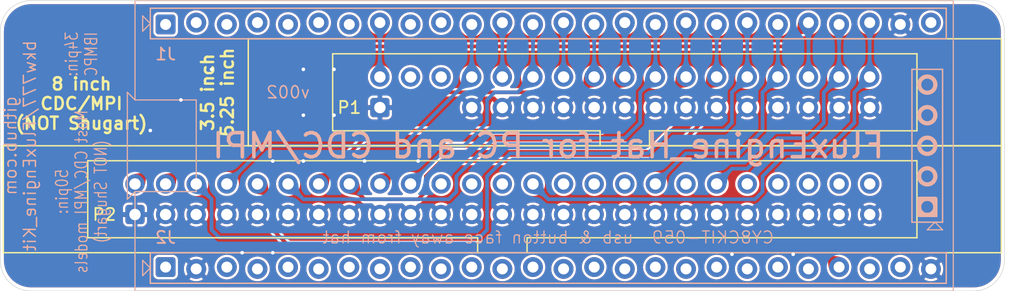
<source format=kicad_pcb>
(kicad_pcb (version 20240108) (generator "pcbnew") (generator_version "8.0")
  (title_block (title "FluxEngine_Hat for PC and CDC/MPI") (date "2024-04-25") (rev "002") (company "Brian K. White - b.kenyon.w@gmail.com") (comment 1 "github.com/bkw777/FluxEngine_Kit"))
  (layers (0 "F.Cu" signal) (31 "B.Cu" signal) (34 "B.Paste" user) (35 "F.Paste" user) (36 "B.SilkS" user "B.Silkscreen") (37 "F.SilkS" user "F.Silkscreen") (38 "B.Mask" user) (39 "F.Mask" user) (44 "Edge.Cuts" user))
  (net 0 "")
  (net 1 "GND")
  (net 4 "/SIDE")
  (net 5 "/~{DSB}")
  (net 6 "/~{REDWC}")
  (net 7 "/~{TRK0}")
  (net 8 "/~{MOTB}")
  (net 9 "/~{WGATE}")
  (net 10 "/~{INDEX}")
  (net 11 "/~{WPROT}")
  (net 12 "/~{DSA}")
  (net 13 "/~{MOTA}")
  (net 14 "/~{STEP}")
  (net 15 "/DIR")
  (net 54 "/~{DSKCHG}")
  (net 57 "/~{WDATA}")
  (net 58 "/~{RDATA}")
  (net 60 "/~{TG43}")
  (footprint "000_LOCAL:IDC-Header_2x17_P2.54mm_Latch_Vertical - FDD" (layer "F.Cu") (at 133.985 93.345 90)
    (property "Reference" "P1" (at 0 -2.54 0) (layer "F.SilkS"))
    (property "Value" "FDC_BUS_IBMPC")
    (fp_line (start 5.715 -10.922) (end 5.715 51.562) (stroke (width 0.12)) (layer "F.SilkS"))
    (fp_line (start -3.175 -10.922) (end 5.715 -10.922) (stroke (width 0.12)) (layer "F.SilkS"))
    (fp_line (start 4.47 -3.92) (end 4.47 44.56) (stroke (width 0.12)) (layer "F.SilkS"))
    (fp_line (start -1.93 -3.92) (end 4.47 -3.92) (stroke (width 0.12)) (layer "F.SilkS"))
    (fp_line (start -1.93 18.27) (end -1.93 -3.92) (stroke (width 0.12)) (layer "F.SilkS"))
    (fp_line (start -3.175 18.27) (end -1.93 18.27) (stroke (width 0.12)) (layer "F.SilkS"))
    (fp_line (start -1.93 22.37) (end -1.93 22.37) (stroke (width 0.12)) (layer "F.SilkS"))
    (fp_line (start -1.93 22.37) (end -3.175 22.37) (stroke (width 0.12)) (layer "F.SilkS"))
    (fp_line (start 4.47 44.56) (end -1.93 44.56) (stroke (width 0.12)) (layer "F.SilkS"))
    (fp_line (start -1.93 44.56) (end -1.93 22.37) (stroke (width 0.12)) (layer "F.SilkS"))
    (fp_line (start 5.715 51.562) (end -3.175 51.562) (stroke (width 0.12)) (layer "F.SilkS"))
    (fp_line (start -3.175 51.562) (end -3.175 -10.922) (stroke (width 0.12)) (layer "F.SilkS"))
    (pad "1" thru_hole roundrect (at 0 0 90) (size 1.6 1.6) (drill 0.95) (layers "*.Cu" "*.Mask") (roundrect_rratio 0.15625) (net 1 "GND"))
    (pad "2" thru_hole circle (at 2.54 0 90) (size 1.6 1.6) (drill 0.95) (layers "*.Cu" "*.Mask") (net 6 "/~{REDWC}"))
    (pad "4" thru_hole circle (at 2.54 2.54 90) (size 1.6 1.6) (drill 0.95) (layers "*.Cu" "*.Mask"))
    (pad "6" thru_hole circle (at 2.54 5.08 90) (size 1.6 1.6) (drill 0.95) (layers "*.Cu" "*.Mask"))
    (pad "7" thru_hole circle (at 0 7.62 90) (size 1.6 1.6) (drill 0.95) (layers "*.Cu" "*.Mask") (net 1 "GND"))
    (pad "8" thru_hole circle (at 2.54 7.62 90) (size 1.6 1.6) (drill 0.95) (layers "*.Cu" "*.Mask") (net 10 "/~{INDEX}"))
    (pad "9" thru_hole circle (at 0 10.16 90) (size 1.6 1.6) (drill 0.95) (layers "*.Cu" "*.Mask") (net 1 "GND"))
    (pad "10" thru_hole circle (at 2.54 10.16 90) (size 1.6 1.6) (drill 0.95) (layers "*.Cu" "*.Mask") (net 13 "/~{MOTA}"))
    (pad "11" thru_hole circle (at 0 12.7 90) (size 1.6 1.6) (drill 0.95) (layers "*.Cu" "*.Mask") (net 1 "GND"))
    (pad "12" thru_hole circle (at 2.54 12.7 90) (size 1.6 1.6) (drill 0.95) (layers "*.Cu" "*.Mask") (net 5 "/~{DSB}"))
    (pad "13" thru_hole circle (at 0 15.24 90) (size 1.6 1.6) (drill 0.95) (layers "*.Cu" "*.Mask") (net 1 "GND"))
    (pad "14" thru_hole circle (at 2.54 15.24 90) (size 1.6 1.6) (drill 0.95) (layers "*.Cu" "*.Mask") (net 12 "/~{DSA}"))
    (pad "15" thru_hole circle (at 0 17.78 90) (size 1.6 1.6) (drill 0.95) (layers "*.Cu" "*.Mask") (net 1 "GND"))
    (pad "16" thru_hole circle (at 2.54 17.78 90) (size 1.6 1.6) (drill 0.95) (layers "*.Cu" "*.Mask") (net 8 "/~{MOTB}"))
    (pad "17" thru_hole circle (at 0 20.32 90) (size 1.6 1.6) (drill 0.95) (layers "*.Cu" "*.Mask") (net 1 "GND"))
    (pad "18" thru_hole circle (at 2.54 20.32 90) (size 1.6 1.6) (drill 0.95) (layers "*.Cu" "*.Mask") (net 15 "/DIR"))
    (pad "19" thru_hole circle (at 0 22.86 90) (size 1.6 1.6) (drill 0.95) (layers "*.Cu" "*.Mask") (net 1 "GND"))
    (pad "20" thru_hole circle (at 2.54 22.86 90) (size 1.6 1.6) (drill 0.95) (layers "*.Cu" "*.Mask") (net 14 "/~{STEP}"))
    (pad "21" thru_hole circle (at 0 25.4 90) (size 1.6 1.6) (drill 0.95) (layers "*.Cu" "*.Mask") (net 1 "GND"))
    (pad "22" thru_hole circle (at 2.54 25.4 90) (size 1.6 1.6) (drill 0.95) (layers "*.Cu" "*.Mask") (net 57 "/~{WDATA}"))
    (pad "23" thru_hole circle (at 0 27.94 90) (size 1.6 1.6) (drill 0.95) (layers "*.Cu" "*.Mask") (net 1 "GND"))
    (pad "24" thru_hole circle (at 2.54 27.94 90) (size 1.6 1.6) (drill 0.95) (layers "*.Cu" "*.Mask") (net 9 "/~{WGATE}"))
    (pad "25" thru_hole circle (at 0 30.48 90) (size 1.6 1.6) (drill 0.95) (layers "*.Cu" "*.Mask") (net 1 "GND"))
    (pad "26" thru_hole circle (at 2.54 30.48 90) (size 1.6 1.6) (drill 0.95) (layers "*.Cu" "*.Mask") (net 7 "/~{TRK0}"))
    (pad "27" thru_hole circle (at 0 33.02 90) (size 1.6 1.6) (drill 0.95) (layers "*.Cu" "*.Mask") (net 1 "GND"))
    (pad "28" thru_hole circle (at 2.54 33.02 90) (size 1.6 1.6) (drill 0.95) (layers "*.Cu" "*.Mask") (net 11 "/~{WPROT}"))
    (pad "29" thru_hole circle (at 0 35.56 90) (size 1.6 1.6) (drill 0.95) (layers "*.Cu" "*.Mask") (net 1 "GND"))
    (pad "30" thru_hole circle (at 2.54 35.56 90) (size 1.6 1.6) (drill 0.95) (layers "*.Cu" "*.Mask") (net 58 "/~{RDATA}"))
    (pad "31" thru_hole circle (at 0 38.1 90) (size 1.6 1.6) (drill 0.95) (layers "*.Cu" "*.Mask") (net 1 "GND"))
    (pad "32" thru_hole circle (at 2.54 38.1 90) (size 1.6 1.6) (drill 0.95) (layers "*.Cu" "*.Mask") (net 4 "/SIDE"))
    (pad "33" thru_hole circle (at 0 40.64 90) (size 1.6 1.6) (drill 0.95) (layers "*.Cu" "*.Mask") (net 1 "GND"))
    (pad "34" thru_hole circle (at 2.54 40.64 90) (size 1.6 1.6) (drill 0.95) (layers "*.Cu" "*.Mask") (net 54 "/~{DSKCHG}"))
  )
  (footprint "000_LOCAL:IDC-Header_2x25_P2.54mm_Latch_Vertical" (layer "F.Cu") (at 113.665001 102.235001 90)
    (property "Reference" "P2" (at 0 -2.54 0) (layer "F.SilkS"))
    (property "Value" "FDC_BUS_CDC")
    (fp_line (start 5.715 -10.922) (end 5.715 71.882) (stroke (width 0.12)) (layer "F.SilkS"))
    (fp_line (start -3.175 -10.922) (end 5.715 -10.922) (stroke (width 0.12)) (layer "F.SilkS"))
    (fp_line (start 4.47 -3.92) (end 4.47 64.88) (stroke (width 0.12)) (layer "F.SilkS"))
    (fp_line (start -1.930001 -3.92) (end 4.47 -3.92) (stroke (width 0.12)) (layer "F.SilkS"))
    (fp_line (start -1.93 28.43) (end -1.930001 -3.92) (stroke (width 0.12)) (layer "F.SilkS"))
    (fp_line (start -3.175 28.43) (end -1.93 28.43) (stroke (width 0.12)) (layer "F.SilkS"))
    (fp_line (start -1.93 32.530001) (end -1.93 32.530001) (stroke (width 0.12)) (layer "F.SilkS"))
    (fp_line (start -1.93 32.530001) (end -3.175 32.530001) (stroke (width 0.12)) (layer "F.SilkS"))
    (fp_line (start 4.47 64.88) (end -1.93 64.88) (stroke (width 0.12)) (layer "F.SilkS"))
    (fp_line (start -1.93 64.88) (end -1.93 32.530001) (stroke (width 0.12)) (layer "F.SilkS"))
    (fp_line (start 5.715 71.882) (end -3.175 71.882001) (stroke (width 0.12)) (layer "F.SilkS"))
    (fp_line (start -3.175 71.882001) (end -3.175 -10.922) (stroke (width 0.12)) (layer "F.SilkS"))
    (pad "1" thru_hole roundrect (at 0 0 90) (size 1.6 1.6) (drill 0.95) (layers "*.Cu" "*.Mask") (roundrect_rratio 0.15625) (net 1 "GND"))
    (pad "2" thru_hole circle (at 2.54 0 90) (size 1.6 1.6) (drill 0.95) (layers "*.Cu" "*.Mask") (net 58 "/~{RDATA}"))
    (pad "3" thru_hole circle (at 0 2.54 90) (size 1.6 1.6) (drill 0.95) (layers "*.Cu" "*.Mask") (net 1 "GND"))
    (pad "4" thru_hole circle (at 2.54 2.54 90) (size 1.6 1.6) (drill 0.95) (layers "*.Cu" "*.Mask") (net 8 "/~{MOTB}"))
    (pad "5" thru_hole circle (at 0 5.079999 90) (size 1.6 1.6) (drill 0.95) (layers "*.Cu" "*.Mask") (net 1 "GND"))
    (pad "6" thru_hole circle (at 2.54 5.08 90) (size 1.6 1.6) (drill 0.95) (layers "*.Cu" "*.Mask") (net 7 "/~{TRK0}"))
    (pad "7" thru_hole circle (at 0 7.62 90) (size 1.6 1.6) (drill 0.95) (layers "*.Cu" "*.Mask") (net 1 "GND"))
    (pad "8" thru_hole circle (at 2.54 7.62 90) (size 1.6 1.6) (drill 0.95) (layers "*.Cu" "*.Mask") (net 10 "/~{INDEX}"))
    (pad "9" thru_hole circle (at 0 10.16 90) (size 1.6 1.6) (drill 0.95) (layers "*.Cu" "*.Mask") (net 1 "GND"))
    (pad "10" thru_hole circle (at 2.54 10.16 90) (size 1.6 1.6) (drill 0.95) (layers "*.Cu" "*.Mask") (net 60 "/~{TG43}"))
    (pad "11" thru_hole circle (at 0 12.7 90) (size 1.6 1.6) (drill 0.95) (layers "*.Cu" "*.Mask") (net 1 "GND"))
    (pad "12" thru_hole circle (at 2.54 12.7 90) (size 1.6 1.6) (drill 0.95) (layers "*.Cu" "*.Mask") (net 14 "/~{STEP}"))
    (pad "13" thru_hole circle (at 0 15.24 90) (size 1.6 1.6) (drill 0.95) (layers "*.Cu" "*.Mask") (net 1 "GND"))
    (pad "14" thru_hole circle (at 2.54 15.24 90) (size 1.6 1.6) (drill 0.95) (layers "*.Cu" "*.Mask") (net 15 "/DIR"))
    (pad "15" thru_hole circle (at 0 17.780001 90) (size 1.6 1.6) (drill 0.95) (layers "*.Cu" "*.Mask") (net 1 "GND"))
    (pad "16" thru_hole circle (at 2.54 17.78 90) (size 1.6 1.6) (drill 0.95) (layers "*.Cu" "*.Mask") (net 9 "/~{WGATE}"))
    (pad "17" thru_hole circle (at 0 20.32 90) (size 1.6 1.6) (drill 0.95) (layers "*.Cu" "*.Mask") (net 1 "GND"))
    (pad "18" thru_hole circle (at 2.54 20.32 90) (size 1.6 1.6) (drill 0.95) (layers "*.Cu" "*.Mask") (net 57 "/~{WDATA}"))
    (pad "19" thru_hole circle (at 0 22.86 90) (size 1.6 1.6) (drill 0.95) (layers "*.Cu" "*.Mask") (net 1 "GND"))
    (pad "20" thru_hole circle (at 2.54 22.86 90) (size 1.6 1.6) (drill 0.95) (layers "*.Cu" "*.Mask") (net 5 "/~{DSB}"))
    (pad "21" thru_hole circle (at 0 25.4 90) (size 1.6 1.6) (drill 0.95) (layers "*.Cu" "*.Mask") (net 1 "GND"))
    (pad "22" thru_hole circle (at 2.54 25.4 90) (size 1.6 1.6) (drill 0.95) (layers "*.Cu" "*.Mask"))
    (pad "23" thru_hole circle (at 0 27.939999 90) (size 1.6 1.6) (drill 0.95) (layers "*.Cu" "*.Mask") (net 1 "GND"))
    (pad "24" thru_hole circle (at 2.54 27.94 90) (size 1.6 1.6) (drill 0.95) (layers "*.Cu" "*.Mask"))
    (pad "25" thru_hole circle (at 0 30.48 90) (size 1.6 1.6) (drill 0.95) (layers "*.Cu" "*.Mask") (net 1 "GND"))
    (pad "26" thru_hole circle (at 2.54 30.48 90) (size 1.6 1.6) (drill 0.95) (layers "*.Cu" "*.Mask"))
    (pad "27" thru_hole circle (at 0 33.02 90) (size 1.6 1.6) (drill 0.95) (layers "*.Cu" "*.Mask") (net 1 "GND"))
    (pad "28" thru_hole circle (at 2.54 33.02 90) (size 1.6 1.6) (drill 0.95) (layers "*.Cu" "*.Mask") (net 54 "/~{DSKCHG}"))
    (pad "29" thru_hole circle (at 0 35.56 90) (size 1.6 1.6) (drill 0.95) (layers "*.Cu" "*.Mask") (net 1 "GND"))
    (pad "30" thru_hole circle (at 2.54 35.56 90) (size 1.6 1.6) (drill 0.95) (layers "*.Cu" "*.Mask"))
    (pad "31" thru_hole circle (at 0 38.099999 90) (size 1.6 1.6) (drill 0.95) (layers "*.Cu" "*.Mask") (net 1 "GND"))
    (pad "32" thru_hole circle (at 2.54 38.1 90) (size 1.6 1.6) (drill 0.95) (layers "*.Cu" "*.Mask"))
    (pad "33" thru_hole circle (at 0 40.640001 90) (size 1.6 1.6) (drill 0.95) (layers "*.Cu" "*.Mask") (net 1 "GND"))
    (pad "34" thru_hole circle (at 2.54 40.64 90) (size 1.6 1.6) (drill 0.95) (layers "*.Cu" "*.Mask"))
    (pad "35" thru_hole circle (at 0 43.18 90) (size 1.6 1.6) (drill 0.95) (layers "*.Cu" "*.Mask") (net 1 "GND"))
    (pad "36" thru_hole circle (at 2.54 43.18 90) (size 1.6 1.6) (drill 0.95) (layers "*.Cu" "*.Mask") (net 11 "/~{WPROT}"))
    (pad "37" thru_hole circle (at 0 45.72 90) (size 1.6 1.6) (drill 0.95) (layers "*.Cu" "*.Mask") (net 1 "GND"))
    (pad "38" thru_hole circle (at 2.54 45.72 90) (size 1.6 1.6) (drill 0.95) (layers "*.Cu" "*.Mask"))
    (pad "39" thru_hole circle (at 0 48.26 90) (size 1.6 1.6) (drill 0.95) (layers "*.Cu" "*.Mask") (net 1 "GND"))
    (pad "40" thru_hole circle (at 2.54 48.26 90) (size 1.6 1.6) (drill 0.95) (layers "*.Cu" "*.Mask") (net 4 "/SIDE"))
    (pad "41" thru_hole circle (at 0 50.799999 90) (size 1.6 1.6) (drill 0.95) (layers "*.Cu" "*.Mask") (net 1 "GND"))
    (pad "42" thru_hole circle (at 2.54 50.8 90) (size 1.6 1.6) (drill 0.95) (layers "*.Cu" "*.Mask"))
    (pad "43" thru_hole circle (at 0 53.34 90) (size 1.6 1.6) (drill 0.95) (layers "*.Cu" "*.Mask") (net 1 "GND"))
    (pad "44" thru_hole circle (at 2.54 53.34 90) (size 1.6 1.6) (drill 0.95) (layers "*.Cu" "*.Mask"))
    (pad "45" thru_hole circle (at 0 55.88 90) (size 1.6 1.6) (drill 0.95) (layers "*.Cu" "*.Mask") (net 1 "GND"))
    (pad "46" thru_hole circle (at 2.54 55.88 90) (size 1.6 1.6) (drill 0.95) (layers "*.Cu" "*.Mask"))
    (pad "47" thru_hole circle (at 0 58.42 90) (size 1.6 1.6) (drill 0.95) (layers "*.Cu" "*.Mask") (net 1 "GND"))
    (pad "48" thru_hole circle (at 2.54 58.42 90) (size 1.6 1.6) (drill 0.95) (layers "*.Cu" "*.Mask"))
    (pad "49" thru_hole circle (at 0 60.959999 90) (size 1.6 1.6) (drill 0.95) (layers "*.Cu" "*.Mask") (net 1 "GND"))
    (pad "50" thru_hole circle (at 2.54 60.96 90) (size 1.6 1.6) (drill 0.95) (layers "*.Cu" "*.Mask"))
  )
  (footprint "000_LOCAL:CY8CKIT-059 dry fit" (layer "B.Cu") (at 116.205001 86.359999 -90)
    (property "Reference" "J1" (hide yes))
    (property "Value" "CY8CKIT-059")
    (fp_line (start 14.605 3.175) (end 5.715 3.175) (stroke (width 0.1)) (layer "B.SilkS"))
    (fp_line (start 6.35 2.54) (end 5.715 3.175) (stroke (width 0.1)) (layer "B.SilkS"))
    (fp_line (start 6.35 2.54) (end -1.905 2.54) (stroke (width 0.1)) (layer "B.SilkS"))
    (fp_line (start 6.35 2.54) (end 6.35 -2.54) (stroke (width 0.1)) (layer "B.SilkS"))
    (fp_line (start 13.97 2.54) (end 14.605 3.175) (stroke (width 0.1)) (layer "B.SilkS"))
    (fp_line (start 22.225 2.54) (end 13.97 2.54) (stroke (width 0.1)) (layer "B.SilkS"))
    (fp_line (start 22.225 2.54) (end 22.225 -65.3542) (stroke (width 0.1)) (layer "B.SilkS"))
    (fp_line (start -0.635 1.905) (end 0 1.27) (stroke (width 0.1)) (layer "B.SilkS"))
    (fp_line (start 0.635 1.905) (end -0.635 1.905) (stroke (width 0.1)) (layer "B.SilkS"))
    (fp_line (start 19.685 1.905) (end 20.32 1.27) (stroke (width 0.1)) (layer "B.SilkS"))
    (fp_line (start 20.955 1.905) (end 19.685 1.905) (stroke (width 0.1)) (layer "B.SilkS"))
    (fp_line (start 0 1.27) (end 0.635 1.905) (stroke (width 0.1)) (layer "B.SilkS"))
    (fp_line (start 1.27 1.27) (end -1.27 1.27) (stroke (width 0.12)) (layer "B.SilkS"))
    (fp_line (start 20.32 1.27) (end 20.955 1.905) (stroke (width 0.1)) (layer "B.SilkS"))
    (fp_line (start 21.59 1.27) (end 19.05 1.27) (stroke (width 0.12)) (layer "B.SilkS"))
    (fp_line (start 6.35 -2.54) (end 13.97 -2.54) (stroke (width 0.1)) (layer "B.SilkS"))
    (fp_line (start 13.97 -2.54) (end 13.97 2.54) (stroke (width 0.1)) (layer "B.SilkS"))
    (fp_line (start 3.809998 -61.9252) (end 16.509999 -61.925199) (stroke (width 0.12)) (layer "B.SilkS"))
    (fp_line (start 17.145 -63.1952) (end 16.51 -63.8302) (stroke (width 0.1)) (layer "B.SilkS"))
    (fp_line (start 16.51 -63.8302) (end 17.145 -64.4652) (stroke (width 0.1)) (layer "B.SilkS"))
    (fp_line (start 3.809998 -64.4652) (end 3.809998 -61.9252) (stroke (width 0.12)) (layer "B.SilkS"))
    (fp_line (start 3.809998 -64.4652) (end 16.509999 -64.465201) (stroke (width 0.12)) (layer "B.SilkS"))
    (fp_line (start 17.145 -64.4652) (end 17.145 -63.1952) (stroke (width 0.1)) (layer "B.SilkS"))
    (fp_line (start 16.509999 -64.465201) (end 16.509999 -61.925199) (stroke (width 0.12)) (layer "B.SilkS"))
    (fp_line (start -1.27 -64.77) (end -1.27 1.27) (stroke (width 0.12)) (layer "B.SilkS"))
    (fp_line (start 1.27 -64.77) (end 1.27 1.27) (stroke (width 0.12)) (layer "B.SilkS"))
    (fp_line (start 1.27 -64.77) (end -1.27 -64.77) (stroke (width 0.12)) (layer "B.SilkS"))
    (fp_line (start 19.05 -64.77) (end 19.05 1.27) (stroke (width 0.12)) (layer "B.SilkS"))
    (fp_line (start 21.59 -64.77) (end 21.59 1.27) (stroke (width 0.12)) (layer "B.SilkS"))
    (fp_line (start 21.59 -64.77) (end 19.05 -64.77) (stroke (width 0.12)) (layer "B.SilkS"))
    (fp_line (start -1.905 -65.3542) (end -1.905 2.54) (stroke (width 0.1)) (layer "B.SilkS"))
    (fp_line (start 22.225 -65.3542) (end -1.905 -65.3542) (stroke (width 0.1)) (layer "B.SilkS"))
    (fp_rect (start 15.9131 -63.8683) (end 14.5669 -62.5221) (stroke (width 0.35052)) (fill none) (layer "B.SilkS"))
    (fp_circle (center 5.08 -63.1952) (end 5.7531 -63.1952) (stroke (width 0.35052)) (fill none) (layer "B.SilkS"))
    (fp_circle (center 7.62 -63.1952) (end 8.2931 -63.1952) (stroke (width 0.35052)) (fill none) (layer "B.SilkS"))
    (fp_circle (center 10.16 -63.1952) (end 10.8331 -63.1952) (stroke (width 0.35052)) (fill none) (layer "B.SilkS"))
    (fp_circle (center 12.7 -63.1952) (end 13.3731 -63.1952) (stroke (width 0.35052)) (fill none) (layer "B.SilkS"))
    (fp_circle (center 15.24 -63.1952) (end 15.9131 -63.1952) (stroke (width 0.35052)) (fill none) (layer "B.SilkS"))
    (fp_text user "J2" (at 17.78 0 0) (layer "B.SilkS") (effects (justify mirror)))
    (fp_text user "J1" (at 2.54 0 0) (layer "B.SilkS") (effects (justify mirror)))
    (pad "J1_1" thru_hole roundrect (at 0.0762 0 270) (size 1.651 1.651) (drill 0.9144) (layers "*.Cu" "*.Mask") (roundrect_rratio 0.1514233798))
    (pad "J1_2" thru_hole circle (at -0.0762 -2.54 270) (size 1.651 1.651) (drill 0.9144) (layers "*.Cu" "*.Mask"))
    (pad "J1_3" thru_hole circle (at 0.0762 -5.08 270) (size 1.651 1.651) (drill 0.9144) (layers "*.Cu" "*.Mask"))
    (pad "J1_4" thru_hole circle (at -0.0762 -7.62 270) (size 1.651 1.651) (drill 0.9144) (layers "*.Cu" "*.Mask"))
    (pad "J1_5" thru_hole circle (at 0.0762 -10.16 270) (size 1.651 1.651) (drill 0.9144) (layers "*.Cu" "*.Mask"))
    (pad "J1_6" thru_hole circle (at -0.0762 -12.7 270) (size 1.651 1.651) (drill 0.9144) (layers "*.Cu" "*.Mask"))
    (pad "J1_7" thru_hole circle (at 0.0762 -15.24 270) (size 1.651 1.651) (drill 0.9144) (layers "*.Cu" "*.Mask"))
    (pad "J1_8" thru_hole circle (at -0.0762 -17.78 270) (size 1.651 1.651) (drill 0.9144) (layers "*.Cu" "*.Mask") (net 6 "/~{REDWC}"))
    (pad "J1_9" thru_hole circle (at 0.0762 -20.32 270) (size 1.651 1.651) (drill 0.9144) (layers "*.Cu" "*.Mask"))
    (pad "J1_10" thru_hole circle (at -0.0762 -22.86 270) (size 1.651 1.651) (drill 0.9144) (layers "*.Cu" "*.Mask"))
    (pad "J1_11" thru_hole circle (at 0.0762 -25.4 270) (size 1.651 1.651) (drill 0.9144) (layers "*.Cu" "*.Mask") (net 10 "/~{INDEX}"))
    (pad "J1_12" thru_hole circle (at -0.0762 -27.94 270) (size 1.651 1.651) (drill 0.9144) (layers "*.Cu" "*.Mask") (net 13 "/~{MOTA}"))
    (pad "J1_13" thru_hole circle (at 0.0762 -30.48 270) (size 1.651 1.651) (drill 0.9144) (layers "*.Cu" "*.Mask") (net 5 "/~{DSB}"))
    (pad "J1_14" thru_hole circle (at -0.0762 -33.02 270) (size 1.651 1.651) (drill 0.9144) (layers "*.Cu" "*.Mask") (net 12 "/~{DSA}"))
    (pad "J1_15" thru_hole circle (at 0.0762 -35.56 270) (size 1.651 1.651) (drill 0.9144) (layers "*.Cu" "*.Mask") (net 8 "/~{MOTB}"))
    (pad "J1_16" thru_hole circle (at -0.0762 -38.1 270) (size 1.651 1.651) (drill 0.9144) (layers "*.Cu" "*.Mask") (net 15 "/DIR"))
    (pad "J1_17" thru_hole circle (at 0.0762 -40.64 270) (size 1.651 1.651) (drill 0.9144) (layers "*.Cu" "*.Mask") (net 14 "/~{STEP}"))
    (pad "J1_18" thru_hole circle (at -0.0762 -43.18 270) (size 1.651 1.651) (drill 0.9144) (layers "*.Cu" "*.Mask") (net 57 "/~{WDATA}"))
    (pad "J1_19" thru_hole circle (at 0.0762 -45.72 270) (size 1.651 1.651) (drill 0.9144) (layers "*.Cu" "*.Mask") (net 9 "/~{WGATE}"))
    (pad "J1_20" thru_hole circle (at -0.0762 -48.26 270) (size 1.651 1.651) (drill 0.9144) (layers "*.Cu" "*.Mask") (net 7 "/~{TRK0}"))
    (pad "J1_21" thru_hole circle (at 0.0762 -50.8 270) (size 1.651 1.651) (drill 0.9144) (layers "*.Cu" "*.Mask") (net 11 "/~{WPROT}"))
    (pad "J1_22" thru_hole circle (at -0.0762 -53.34 270) (size 1.651 1.651) (drill 0.9144) (layers "*.Cu" "*.Mask") (net 58 "/~{RDATA}"))
    (pad "J1_23" thru_hole circle (at 0.0762 -55.88 270) (size 1.651 1.651) (drill 0.9144) (layers "*.Cu" "*.Mask") (net 4 "/SIDE"))
    (pad "J1_24" thru_hole circle (at -0.0762 -58.42 270) (size 1.651 1.651) (drill 0.9144) (layers "*.Cu" "*.Mask") (net 54 "/~{DSKCHG}"))
    (pad "J1_25" thru_hole circle (at 0.0762 -60.96 270) (size 1.651 1.651) (drill 0.9144) (layers "*.Cu" "*.Mask") (net 1 "GND"))
    (pad "J1_26" thru_hole circle (at -0.0762 -63.5 270) (size 1.651 1.651) (drill 0.9144) (layers "*.Cu" "*.Mask"))
    (pad "J2_1" thru_hole roundrect (at 20.2438 0 270) (size 1.651 1.651) (drill 0.9144) (layers "*.Cu" "*.Mask") (roundrect_rratio 0.1514233798))
    (pad "J2_2" thru_hole circle (at 20.3962 -2.54 270) (size 1.651 1.651) (drill 0.9144) (layers "*.Cu" "*.Mask") (net 1 "GND"))
    (pad "J2_3" thru_hole circle (at 20.2438 -5.08 270) (size 1.651 1.651) (drill 0.9144) (layers "*.Cu" "*.Mask"))
    (pad "J2_4" thru_hole circle (at 20.3962 -7.62 270) (size 1.651 1.651) (drill 0.9144) (layers "*.Cu" "*.Mask"))
    (pad "J2_5" thru_hole circle (at 20.2438 -10.16 270) (size 1.651 1.651) (drill 0.9144) (layers "*.Cu" "*.Mask"))
    (pad "J2_6" thru_hole circle (at 20.3962 -12.7 270) (size 1.651 1.651) (drill 0.9144) (layers "*.Cu" "*.Mask"))
    (pad "J2_7" thru_hole circle (at 20.2438 -15.24 270) (size 1.651 1.651) (drill 0.9144) (layers "*.Cu" "*.Mask"))
    (pad "J2_8" thru_hole circle (at 20.3962 -17.78 270) (size 1.651 1.651) (drill 0.9144) (layers "*.Cu" "*.Mask"))
    (pad "J2_9" thru_hole circle (at 20.2438 -20.32 270) (size 1.651 1.651) (drill 0.9144) (layers "*.Cu" "*.Mask"))
    (pad "J2_10" thru_hole circle (at 20.3962 -22.86 270) (size 1.651 1.651) (drill 0.9144) (layers "*.Cu" "*.Mask"))
    (pad "J2_11" thru_hole circle (at 20.2438 -25.4 270) (size 1.651 1.651) (drill 0.9144) (layers "*.Cu" "*.Mask"))
    (pad "J2_12" thru_hole circle (at 20.3962 -27.94 270) (size 1.651 1.651) (drill 0.9144) (layers "*.Cu" "*.Mask"))
    (pad "J2_13" thru_hole circle (at 20.2438 -30.48 270) (size 1.651 1.651) (drill 0.9144) (layers "*.Cu" "*.Mask"))
    (pad "J2_14" thru_hole circle (at 20.3962 -33.02 270) (size 1.651 1.651) (drill 0.9144) (layers "*.Cu" "*.Mask"))
    (pad "J2_15" thru_hole circle (at 20.2438 -35.56 270) (size 1.651 1.651) (drill 0.9144) (layers "*.Cu" "*.Mask"))
    (pad "J2_16" thru_hole circle (at 20.3962 -38.1 270) (size 1.651 1.651) (drill 0.9144) (layers "*.Cu" "*.Mask"))
    (pad "J2_17" thru_hole circle (at 20.2438 -40.64 270) (size 1.651 1.651) (drill 0.9144) (layers "*.Cu" "*.Mask"))
    (pad "J2_18" thru_hole circle (at 20.3962 -43.18 270) (size 1.651 1.651) (drill 0.9144) (layers "*.Cu" "*.Mask"))
    (pad "J2_19" thru_hole circle (at 20.2438 -45.72 270) (size 1.651 1.651) (drill 0.9144) (layers "*.Cu" "*.Mask"))
    (pad "J2_20" thru_hole circle (at 20.3962 -48.26 270) (size 1.651 1.651) (drill 0.9144) (layers "*.Cu" "*.Mask"))
    (pad "J2_21" thru_hole circle (at 20.2438 -50.8 270) (size 1.651 1.651) (drill 0.9144) (layers "*.Cu" "*.Mask"))
    (pad "J2_22" thru_hole circle (at 20.3962 -53.34 270) (size 1.651 1.651) (drill 0.9144) (layers "*.Cu" "*.Mask"))
    (pad "J2_23" thru_hole circle (at 20.2438 -55.88 270) (size 1.651 1.651) (drill 0.9144) (layers "*.Cu" "*.Mask") (net 60 "/~{TG43}"))
    (pad "J2_24" thru_hole circle (at 20.3962 -58.42 270) (size 1.651 1.651) (drill 0.9144) (layers "*.Cu" "*.Mask"))
    (pad "J2_25" thru_hole circle (at 20.2438 -60.96 270) (size 1.651 1.651) (drill 0.9144) (layers "*.Cu" "*.Mask"))
    (pad "J2_26" thru_hole circle (at 20.3962 -63.5 270) (size 1.651 1.651) (drill 0.9144) (layers "*.Cu" "*.Mask") (net 1 "GND"))
  )
  (gr_arc (start 183.261 84.455001) (mid 185.057051 85.198949) (end 185.801 86.995) (stroke (width 0.05)) (layer "Edge.Cuts"))
  (gr_arc (start 102.489 86.995) (mid 103.232949 85.198948) (end 105.029001 84.454999) (stroke (width 0.05)) (layer "Edge.Cuts"))
  (gr_arc (start 185.801 106.045) (mid 185.057051 107.841051) (end 183.261 108.585) (stroke (width 0.05)) (layer "Edge.Cuts"))
  (gr_line (start 102.489 86.995) (end 102.489 106.045) (stroke (width 0.05)) (layer "Edge.Cuts"))
  (gr_line (start 183.261 84.455001) (end 105.029001 84.454999) (stroke (width 0.05)) (layer "Edge.Cuts"))
  (gr_line (start 185.801 106.045) (end 185.801 86.995) (stroke (width 0.05)) (layer "Edge.Cuts"))
  (gr_line (start 105.029 108.584999) (end 183.261 108.585) (stroke (width 0.05)) (layer "Edge.Cuts"))
  (gr_arc (start 105.029 108.584999) (mid 103.232949 107.841051) (end 102.489 106.045) (stroke (width 0.05)) (layer "Edge.Cuts"))
  (gr_text "${TITLE}" (at 147.955001 96.52 0) (layer "B.SilkS") (effects (font (size 2 2) (thickness 0.3)) (justify mirror)))
  (gr_text "50pin:\nMost CDC/MPI models\n(NOT Shugart)" (at 109.220001 100.329999 90) (layer "B.SilkS") (effects (font (size 1 0.8) (thickness 0.1)) (justify mirror)))
  (gr_text "github.com\nbkw777/FluxEngine_Kit" (at 104.140001 96.519999 90) (layer "B.SilkS") (effects (font (size 1 1) (thickness 0.12)) (justify mirror)))
  (gr_text "v${REVISION}" (at 126.365001 92.074999 0) (layer "B.SilkS") (effects (font (size 1 1) (thickness 0.12)) (justify mirror)))
  (gr_text "34pin:\nIBMPC" (at 109.220001 88.899999 90) (layer "B.SilkS") (effects (font (size 1 0.8) (thickness 0.1)) (justify mirror)))
  (gr_text "CY8CKIT-059  usb & button face away from hat" (at 147.955001 104.139999 0) (layer "B.SilkS") (effects (font (size 1 1) (thickness 0.1)) (justify mirror)))
  (gr_text "8 inch\nCDC/MPI\n(NOT Shugart)" (at 109.220001 95.249999 0) (layer "F.SilkS") (effects (font (size 1.016 1.016) (thickness 0.2032) (bold yes)) (justify bottom)))
  (gr_text "3.5 inch\n5.25 inch" (at 121.920001 92.074999 90) (layer "F.SilkS") (effects (font (size 1.016 1.016) (thickness 0.2032) (bold yes)) (justify bottom)))
  (via (at 168.275001 105.536999) (size 0.6) (drill 0.3) (layers "F.Cu" "B.Cu") (net 1))
  (via (at 117.475001 92.709999) (size 0.6) (drill 0.3) (layers "F.Cu" "B.Cu") (net 1))
  (via (at 132.715001 97.789999) (size 0.6) (drill 0.3) (layers "F.Cu" "B.Cu") (net 1))
  (via (at 127.635001 97.789999) (size 0.6) (drill 0.3) (layers "F.Cu" "B.Cu") (net 1))
  (via (at 125.095001 97.789999) (size 0.6) (drill 0.3) (layers "F.Cu" "B.Cu") (net 1))
  (via (at 130.175001 93.979999) (size 0.6) (drill 0.3) (layers "F.Cu" "B.Cu") (net 1))
  (via (at 127.635001 93.979999) (size 0.6) (drill 0.3) (layers "F.Cu" "B.Cu") (net 1))
  (via (at 114.935001 95.249999) (size 0.6) (drill 0.3) (layers "F.Cu" "B.Cu") (net 1))
  (via (at 120.015001 90.169999) (size 0.6) (drill 0.3) (layers "F.Cu" "B.Cu") (net 1))
  (via (at 130.175001 90.169999) (size 0.6) (drill 0.3) (layers "F.Cu" "B.Cu") (net 1))
  (via (at 127.635001 90.169999) (size 0.6) (drill 0.3) (layers "F.Cu" "B.Cu") (net 1))
  (via (at 137.160001 97.789999) (size 0.6) (drill 0.3) (layers "F.Cu" "B.Cu") (net 1))
  (via (at 125.095001 105.409999) (size 0.6) (drill 0.3) (layers "F.Cu" "B.Cu") (net 1))
  (via (at 163.195001 105.536999) (size 0.6) (drill 0.3) (layers "F.Cu" "B.Cu") (net 1))
  (via (at 122.555001 105.409999) (size 0.6) (drill 0.3) (layers "F.Cu" "B.Cu") (net 1))
  (segment (start 169.545001 95.884999) (end 167.005001 95.884999) (width 0.3) (layer "B.Cu") (net 4))
  (segment (start 172.085 86.4362) (end 172.085001 86.436199) (width 0.3) (layer "B.Cu") (net 4))
  (segment (start 172.085 90.805) (end 172.085 86.4362) (width 0.3) (layer "B.Cu") (net 4))
  (segment (start 170.815001 92.074999) (end 170.815001 94.614999) (width 0.3) (layer "B.Cu") (net 4))
  (segment (start 170.815001 94.614999) (end 169.545001 95.884999) (width 0.3) (layer "B.Cu") (net 4))
  (segment (start 172.085 90.805) (end 170.815001 92.074999) (width 0.3) (layer "B.Cu") (net 4))
  (segment (start 167.005001 95.884999) (end 164.465001 98.424999) (width 0.3) (layer "B.Cu") (net 4))
  (segment (start 164.465001 98.424999) (end 163.195001 98.424999) (width 0.3) (layer "B.Cu") (net 4))
  (segment (start 163.195001 98.424999) (end 161.925001 99.695001) (width 0.3) (layer "B.Cu") (net 4))
  (segment (start 145.415001 92.074999) (end 146.685 90.805) (width 0.3) (layer "B.Cu") (net 5))
  (segment (start 142.875001 92.709999) (end 143.510001 92.074999) (width 0.3) (layer "B.Cu") (net 5))
  (segment (start 140.970001 96.519999) (end 142.875001 94.614999) (width 0.3) (layer "B.Cu") (net 5))
  (segment (start 146.685 90.805) (end 146.685 86.4362) (width 0.3) (layer "B.Cu") (net 5))
  (segment (start 136.525001 99.695001) (end 139.700001 96.519999) (width 0.3) (layer "B.Cu") (net 5))
  (segment (start 143.510001 92.074999) (end 145.415001 92.074999) (width 0.3) (layer "B.Cu") (net 5))
  (segment (start 142.875001 94.614999) (end 142.875001 92.709999) (width 0.3) (layer "B.Cu") (net 5))
  (segment (start 146.685 86.4362) (end 146.685001 86.436199) (width 0.3) (layer "B.Cu") (net 5))
  (segment (start 139.700001 96.519999) (end 140.970001 96.519999) (width 0.3) (layer "B.Cu") (net 5))
  (segment (start 133.985 86.2838) (end 133.985001 86.283799) (width 0.3) (layer "B.Cu") (net 6))
  (segment (start 133.985 90.805) (end 133.985 86.2838) (width 0.3) (layer "B.Cu") (net 6))
  (segment (start 120.015001 103.504999) (end 120.015001 100.965001) (width 0.3) (layer "B.Cu") (net 7))
  (segment (start 142.240001 104.139999) (end 120.650001 104.139999) (width 0.3) (layer "B.Cu") (net 7))
  (segment (start 164.465 90.805) (end 164.465 86.2838) (width 0.3) (layer "B.Cu") (net 7))
  (segment (start 158.115001 95.249999) (end 156.210001 97.154999) (width 0.3) (layer "B.Cu") (net 7))
  (segment (start 163.195001 92.074999) (end 163.195001 94.614999) (width 0.3) (layer "B.Cu") (net 7))
  (segment (start 156.210001 97.154999) (end 144.780001 97.154999) (width 0.3) (layer "B.Cu") (net 7))
  (segment (start 162.560001 95.249999) (end 158.115001 95.249999) (width 0.3) (layer "B.Cu") (net 7))
  (segment (start 163.195001 94.614999) (end 162.560001 95.249999) (width 0.3) (layer "B.Cu") (net 7))
  (segment (start 120.015001 100.965001) (end 118.745001 99.695001) (width 0.3) (layer "B.Cu") (net 7))
  (segment (start 120.650001 104.139999) (end 120.015001 103.504999) (width 0.3) (layer "B.Cu") (net 7))
  (segment (start 142.875001 99.059999) (end 142.875001 103.504999) (width 0.3) (layer "B.Cu") (net 7))
  (segment (start 164.465 90.805) (end 163.195001 92.074999) (width 0.3) (layer "B.Cu") (net 7))
  (segment (start 144.780001 97.154999) (end 142.875001 99.059999) (width 0.3) (layer "B.Cu") (net 7))
  (segment (start 164.465 86.2838) (end 164.465001 86.283799) (width 0.3) (layer "B.Cu") (net 7))
  (segment (start 142.875001 103.504999) (end 142.240001 104.139999) (width 0.3) (layer "B.Cu") (net 7))
  (segment (start 150.495001 92.074999) (end 151.765 90.805) (width 0.3) (layer "F.Cu") (net 8))
  (segment (start 116.205001 99.695001) (end 123.825003 92.074999) (width 0.3) (layer "F.Cu") (net 8))
  (segment (start 123.825003 92.074999) (end 150.495001 92.074999) (width 0.3) (layer "F.Cu") (net 8))
  (segment (start 151.765 90.805) (end 151.765 86.4362) (width 0.3) (layer "B.Cu") (net 8))
  (segment (start 151.765 86.4362) (end 151.765001 86.436199) (width 0.3) (layer "B.Cu") (net 8))
  (segment (start 139.065001 97.789999) (end 157.480001 97.789999) (width 0.3) (layer "F.Cu") (net 9))
  (segment (start 137.160001 100.964999) (end 137.795001 100.329999) (width 0.3) (layer "F.Cu") (net 9))
  (segment (start 157.480001 97.789999) (end 160.655001 94.614999) (width 0.3) (layer "F.Cu") (net 9))
  (segment (start 131.445001 99.695001) (end 132.714999 100.964999) (width 0.3) (layer "F.Cu") (net 9))
  (segment (start 137.795001 100.329999) (end 137.795001 99.059999) (width 0.3) (layer "F.Cu") (net 9))
  (segment (start 160.655001 92.074999) (end 161.925 90.805) (width 0.3) (layer "F.Cu") (net 9))
  (segment (start 160.655001 94.614999) (end 160.655001 92.074999) (width 0.3) (layer "F.Cu") (net 9))
  (segment (start 137.795001 99.059999) (end 139.065001 97.789999) (width 0.3) (layer "F.Cu") (net 9))
  (segment (start 132.714999 100.964999) (end 137.160001 100.964999) (width 0.3) (layer "F.Cu") (net 9))
  (segment (start 161.925 90.805) (end 161.925 86.4362) (width 0.3) (layer "B.Cu") (net 9))
  (segment (start 161.925 86.4362) (end 161.925001 86.436199) (width 0.3) (layer "B.Cu") (net 9))
  (segment (start 124.460003 96.519999) (end 121.285001 99.695001) (width 0.3) (layer "B.Cu") (net 10))
  (segment (start 141.605 90.805) (end 135.890001 96.519999) (width 0.3) (layer "B.Cu") (net 10))
  (segment (start 141.605 90.805) (end 141.605 86.4362) (width 0.3) (layer "B.Cu") (net 10))
  (segment (start 141.605 86.4362) (end 141.605001 86.436199) (width 0.3) (layer "B.Cu") (net 10))
  (segment (start 135.890001 96.519999) (end 124.460003 96.519999) (width 0.3) (layer "B.Cu") (net 10))
  (segment (start 159.385003 97.154999) (end 156.845001 99.695001) (width 0.3) (layer "B.Cu") (net 11))
  (segment (start 163.830001 97.154999) (end 159.385003 97.154999) (width 0.3) (layer "B.Cu") (net 11))
  (segment (start 167.005 90.805) (end 165.735001 92.074999) (width 0.3) (layer "B.Cu") (net 11))
  (segment (start 167.005 90.805) (end 167.005 86.4362) (width 0.3) (layer "B.Cu") (net 11))
  (segment (start 167.005 86.4362) (end 167.005001 86.436199) (width 0.3) (layer "B.Cu") (net 11))
  (segment (start 165.735001 92.074999) (end 165.735001 95.249999) (width 0.3) (layer "B.Cu") (net 11))
  (segment (start 165.735001 95.249999) (end 163.830001 97.154999) (width 0.3) (layer "B.Cu") (net 11))
  (segment (start 149.225 86.2838) (end 149.225001 86.283799) (width 0.3) (layer "B.Cu") (net 12))
  (segment (start 149.225 90.805) (end 149.225 86.2838) (width 0.3) (layer "B.Cu") (net 12))
  (segment (start 144.145 86.2838) (end 144.145001 86.283799) (width 0.3) (layer "B.Cu") (net 13))
  (segment (start 144.145 90.805) (end 144.145 86.2838) (width 0.3) (layer "B.Cu") (net 13))
  (segment (start 154.305001 95.884999) (end 143.510001 95.884999) (width 0.3) (layer "B.Cu") (net 14))
  (segment (start 155.575001 92.074999) (end 155.575001 94.614999) (width 0.3) (layer "B.Cu") (net 14))
  (segment (start 155.575001 94.614999) (end 154.305001 95.884999) (width 0.3) (layer "B.Cu") (net 14))
  (segment (start 140.335001 99.059999) (end 140.335001 100.329999) (width 0.3) (layer "B.Cu") (net 14))
  (segment (start 156.845 90.805) (end 156.845 86.4362) (width 0.3) (layer "B.Cu") (net 14))
  (segment (start 156.845 86.4362) (end 156.845001 86.436199) (width 0.3) (layer "B.Cu") (net 14))
  (segment (start 140.335001 100.329999) (end 139.700001 100.964999) (width 0.3) (layer "B.Cu") (net 14))
  (segment (start 143.510001 95.884999) (end 140.335001 99.059999) (width 0.3) (layer "B.Cu") (net 14))
  (segment (start 127.634999 100.964999) (end 126.365001 99.695001) (width 0.3) (layer "B.Cu") (net 14))
  (segment (start 139.700001 100.964999) (end 127.634999 100.964999) (width 0.3) (layer "B.Cu") (net 14))
  (segment (start 156.845 90.805) (end 155.575001 92.074999) (width 0.3) (layer "B.Cu") (net 14))
  (segment (start 153.035001 94.614999) (end 153.035001 92.074999) (width 0.3) (layer "F.Cu") (net 15))
  (segment (start 133.350003 95.249999) (end 152.400001 95.249999) (width 0.3) (layer "F.Cu") (net 15))
  (segment (start 153.035001 92.074999) (end 154.305 90.805) (width 0.3) (layer "F.Cu") (net 15))
  (segment (start 152.400001 95.249999) (end 153.035001 94.614999) (width 0.3) (layer "F.Cu") (net 15))
  (segment (start 128.905001 99.695001) (end 133.350003 95.249999) (width 0.3) (layer "F.Cu") (net 15))
  (segment (start 154.305 90.805) (end 154.305 86.2838) (width 0.3) (layer "B.Cu") (net 15))
  (segment (start 154.305 86.2838) (end 154.305001 86.283799) (width 0.3) (layer "B.Cu") (net 15))
  (segment (start 174.625 90.805) (end 173.355001 92.074999) (width 0.3) (layer "B.Cu") (net 54))
  (segment (start 165.735001 99.059999) (end 165.735001 100.329999) (width 0.3) (layer "B.Cu") (net 54))
  (segment (start 167.640001 97.154999) (end 165.735001 99.059999) (width 0.3) (layer "B.Cu") (net 54))
  (segment (start 170.815001 97.154999) (end 167.640001 97.154999) (width 0.3) (layer "B.Cu") (net 54))
  (segment (start 165.735001 100.329999) (end 165.100001 100.964999) (width 0.3) (layer "B.Cu") (net 54))
  (segment (start 147.954999 100.964999) (end 146.685001 99.695001) (width 0.3) (layer "B.Cu") (net 54))
  (segment (start 173.355001 92.074999) (end 173.355001 94.614999) (width 0.3) (layer "B.Cu") (net 54))
  (segment (start 173.355001 94.614999) (end 170.815001 97.154999) (width 0.3) (layer "B.Cu") (net 54))
  (segment (start 165.100001 100.964999) (end 147.954999 100.964999) (width 0.3) (layer "B.Cu") (net 54))
  (segment (start 174.625 90.805) (end 174.625 86.2838) (width 0.3) (layer "B.Cu") (net 54))
  (segment (start 174.625 86.2838) (end 174.625001 86.283799) (width 0.3) (layer "B.Cu") (net 54))
  (segment (start 158.115001 94.614999) (end 158.115001 92.074999) (width 0.3) (layer "F.Cu") (net 57))
  (segment (start 158.115001 92.074999) (end 159.385 90.805) (width 0.3) (layer "F.Cu") (net 57))
  (segment (start 137.160003 96.519999) (end 156.210001 96.519999) (width 0.3) (layer "F.Cu") (net 57))
  (segment (start 133.985001 99.695001) (end 137.160003 96.519999) (width 0.3) (layer "F.Cu") (net 57))
  (segment (start 156.210001 96.519999) (end 158.115001 94.614999) (width 0.3) (layer "F.Cu") (net 57))
  (segment (start 159.385 90.805) (end 159.385 86.2838) (width 0.3) (layer "B.Cu") (net 57))
  (segment (start 159.385 86.2838) (end 159.385001 86.283799) (width 0.3) (layer "B.Cu") (net 57))
  (segment (start 167.563801 88.264999) (end 169.545001 86.283799) (width 0.3) (layer "F.Cu") (net 58))
  (segment (start 113.665001 99.695001) (end 125.095003 88.264999) (width 0.3) (layer "F.Cu") (net 58))
  (segment (start 125.095003 88.264999) (end 167.563801 88.264999) (width 0.3) (layer "F.Cu") (net 58))
  (segment (start 169.545 86.2838) (end 169.545001 86.283799) (width 0.3) (layer "B.Cu") (net 58))
  (segment (start 169.545 90.805) (end 169.545 86.2838) (width 0.3) (layer "B.Cu") (net 58))
  (segment (start 170.256201 104.774999) (end 126.365001 104.774999) (width 0.3) (layer "F.Cu") (net 60))
  (segment (start 125.095001 100.965001) (end 123.825001 99.695001) (width 0.3) (layer "F.Cu") (net 60))
  (segment (start 172.085001 106.603799) (end 170.256201 104.774999) (width 0.3) (layer "F.Cu") (net 60))
  (segment (start 126.365001 104.774999) (end 125.095001 103.504999) (width 0.3) (layer "F.Cu") (net 60))
  (segment (start 125.095001 103.504999) (end 125.095001 100.965001) (width 0.3) (layer "F.Cu") (net 60))
  (zone (net 1) (net_name "GND") (layers "F&B.Cu") (connect_pads (clearance 0.2)) (min_thickness 0.2) (fill yes (thermal_gap 0.2) (thermal_bridge_width 0.4) (smoothing fillet) (radius 0.1))
    (polygon (pts (xy 185.800999 84.454999) (xy 185.800999 108.585001) (xy 102.489 108.585001) (xy 102.489 84.454999)))
  )
)
</source>
